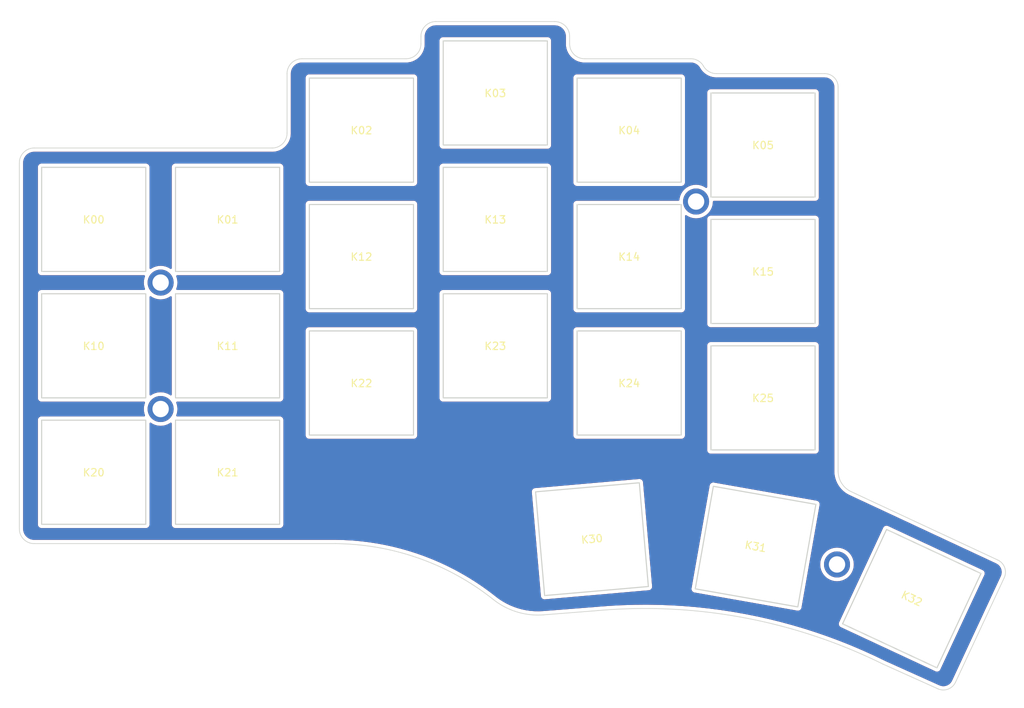
<source format=kicad_pcb>
(kicad_pcb (version 20211014) (generator pcbnew)
  (title_block (rev "rev1.0"))
  (layers (0 "F.Cu" signal) (31 "B.Cu" signal) (34 "B.Paste" user) (35 "F.Paste" user) (36 "B.SilkS" user "B.Silkscreen") (37 "F.SilkS" user "F.Silkscreen") (38 "B.Mask" user) (39 "F.Mask" user) (44 "Edge.Cuts" user))
  (net 0 "")
  (footprint "cantor:SW_PG1350_plate_cutout" (layer "F.Cu") (at 164 94)
    (fp_text reference "K25" (at 0 0.045) (layer "F.SilkS"))
    (fp_text value "KEYSW")
    (fp_rect (start -7 -7) (end 7 7) (layer "Edge.Cuts") (width 0.15) (fill none))
  )
  (footprint "cantor:SW_PG1350_plate_cutout" (layer "F.Cu") (at 146 92)
    (fp_text reference "K24" (at 0 0.045) (layer "F.SilkS"))
    (fp_text value "KEYSW")
    (fp_rect (start -7 -7) (end 7 7) (layer "Edge.Cuts") (width 0.15) (fill none))
  )
  (footprint "cantor:SW_PG1350_plate_cutout" (layer "F.Cu") (at 92 104)
    (fp_text reference "K21" (at 0 0.045) (layer "F.SilkS"))
    (fp_text value "KEYSW")
    (fp_rect (start -7 -7) (end 7 7) (layer "Edge.Cuts") (width 0.15) (fill none))
  )
  (footprint "cantor:SW_PG1350_plate_cutout" (layer "F.Cu") (at 110 58)
    (fp_text reference "K02" (at 0 0.045) (layer "F.SilkS"))
    (fp_text value "KEYSW")
    (fp_rect (start -7 -7) (end 7 7) (layer "Edge.Cuts") (width 0.15) (fill none))
  )
  (footprint "cantor:SW_PG1350_plate_cutout" (layer "F.Cu") (at 74 87)
    (fp_text reference "K10" (at 0 0.045) (layer "F.SilkS"))
    (fp_text value "KEYSW")
    (fp_rect (start -7 -7) (end 7 7) (layer "Edge.Cuts") (width 0.15) (fill none))
  )
  (footprint "MountingHole:MountingHole_2.2mm_M2_ISO7380_Pad" (layer "F.Cu") (at 83 78.5)
    (fp_text reference "H1" hide)
    (fp_text value "MountingHole")
    (pad "1" thru_hole circle (at 0 0) (size 3.5 3.5) (drill 2.2) (layers *.Cu *.Mask))
  )
  (footprint "cantor:SW_PG1350_plate_cutout" (layer "F.Cu") (at 146 58)
    (fp_text reference "K04" (at 0 0.045) (layer "F.SilkS"))
    (fp_text value "KEYSW")
    (fp_rect (start -7 -7) (end 7 7) (layer "Edge.Cuts") (width 0.15) (fill none))
  )
  (footprint "cantor:SW_PG1350_plate_cutout" (layer "F.Cu") (at 110 75)
    (fp_text reference "K12" (at 0 0.045) (layer "F.SilkS"))
    (fp_text value "KEYSW")
    (fp_rect (start -7 -7) (end 7 7) (layer "Edge.Cuts") (width 0.15) (fill none))
  )
  (footprint "MountingHole:MountingHole_2.2mm_M2_ISO7380_Pad" (layer "F.Cu") (at 173.949999 116.4)
    (fp_text reference "H4" hide)
    (fp_text value "MountingHole")
    (pad "1" thru_hole circle (at 0 0) (size 3.5 3.5) (drill 2.2) (layers *.Cu *.Mask))
  )
  (footprint "cantor:SW_PG1350_plate_cutout" (layer "F.Cu") (at 141 113 5)
    (fp_text reference "K30" (at 0 0 5) (layer "F.SilkS"))
    (fp_text value "KEYSW")
    (fp_rect (start -7 -7) (end 7 7) (layer "Edge.Cuts") (width 0.15) (fill none))
  )
  (footprint "cantor:SW_PG1350_plate_cutout" (layer "F.Cu") (at 92 70)
    (fp_text reference "K01" (at 0 0.045) (layer "F.SilkS"))
    (fp_text value "KEYSW")
    (fp_rect (start -7 -7) (end 7 7) (layer "Edge.Cuts") (width 0.15) (fill none))
  )
  (footprint "cantor:SW_PG1350_plate_cutout" (layer "F.Cu") (at 146 75)
    (fp_text reference "K14" (at 0 0.045) (layer "F.SilkS"))
    (fp_text value "KEYSW")
    (fp_rect (start -7 -7) (end 7 7) (layer "Edge.Cuts") (width 0.15) (fill none))
  )
  (footprint "cantor:SW_PG1350_plate_cutout" (layer "F.Cu") (at 128 87)
    (fp_text reference "K23" (at 0 0.045) (layer "F.SilkS"))
    (fp_text value "KEYSW")
    (fp_rect (start -7 -7) (end 7 7) (layer "Edge.Cuts") (width 0.15) (fill none))
  )
  (footprint "cantor:SW_PG1350_plate_cutout" (layer "F.Cu") (at 128 53)
    (fp_text reference "K03" (at 0 0.045) (layer "F.SilkS"))
    (fp_text value "KEYSW")
    (fp_rect (start -7 -7) (end 7 7) (layer "Edge.Cuts") (width 0.15) (fill none))
  )
  (footprint "MountingHole:MountingHole_2.2mm_M2_ISO7380_Pad" (layer "F.Cu") (at 83 95.5)
    (fp_text reference "H3" hide)
    (fp_text value "MountingHole")
    (pad "1" thru_hole circle (at 0 0) (size 3.5 3.5) (drill 2.2) (layers *.Cu *.Mask))
  )
  (footprint "cantor:SW_PG1350_plate_cutout" (layer "F.Cu") (at 110 92)
    (fp_text reference "K22" (at 0 0.045) (layer "F.SilkS"))
    (fp_text value "KEYSW")
    (fp_rect (start -7 -7) (end 7 7) (layer "Edge.Cuts") (width 0.15) (fill none))
  )
  (footprint "cantor:SW_PG1350_plate_cutout" (layer "F.Cu") (at 164 77)
    (fp_text reference "K15" (at 0 0.045) (layer "F.SilkS"))
    (fp_text value "KEYSW")
    (fp_rect (start -7 -7) (end 7 7) (layer "Edge.Cuts") (width 0.15) (fill none))
  )
  (footprint "MountingHole:MountingHole_2.2mm_M2_ISO7380_Pad" (layer "F.Cu") (at 155 67.6)
    (fp_text reference "H2" hide)
    (fp_text value "MountingHole")
    (pad "1" thru_hole circle (at 0 0) (size 3.5 3.5) (drill 2.2) (layers *.Cu *.Mask))
  )
  (footprint "cantor:SW_PG1350_plate_cutout" (layer "F.Cu") (at 184 121 -25)
    (fp_text reference "K32" (at 0 0 -25 unlocked) (layer "F.SilkS"))
    (fp_text value "KEYSW")
    (fp_rect (start -7 -7) (end 7 7) (layer "Edge.Cuts") (width 0.15) (fill none))
  )
  (footprint "cantor:SW_PG1350_plate_cutout" (layer "F.Cu") (at 92 87)
    (fp_text reference "K11" (at 0 0.045) (layer "F.SilkS"))
    (fp_text value "KEYSW")
    (fp_rect (start -7 -7) (end 7 7) (layer "Edge.Cuts") (width 0.15) (fill none))
  )
  (footprint "cantor:SW_PG1350_plate_cutout" (layer "F.Cu") (at 164 60)
    (fp_text reference "K05" (at 0 0.045) (layer "F.SilkS"))
    (fp_text value "KEYSW")
    (fp_rect (start -7 -7) (end 7 7) (layer "Edge.Cuts") (width 0.15) (fill none))
  )
  (footprint "cantor:SW_PG1350_plate_cutout" (layer "F.Cu") (at 74 103.999999)
    (fp_text reference "K20" (at 0 0.045) (layer "F.SilkS"))
    (fp_text value "KEYSW")
    (fp_rect (start -7 -7) (end 7 7) (layer "Edge.Cuts") (width 0.15) (fill none))
  )
  (footprint "cantor:SW_PG1350_plate_cutout" (layer "F.Cu") (at 128 70)
    (fp_text reference "K13" (at 0 0.045) (layer "F.SilkS"))
    (fp_text value "KEYSW")
    (fp_rect (start -7 -7) (end 7 7) (layer "Edge.Cuts") (width 0.15) (fill none))
  )
  (footprint "cantor:SW_PG1350_plate_cutout" (layer "F.Cu") (at 74 70)
    (fp_text reference "K00" (at 0 0.045) (layer "F.SilkS"))
    (fp_text value "KEYSW")
    (fp_rect (start -7 -7) (end 7 7) (layer "Edge.Cuts") (width 0.15) (fill none))
  )
  (footprint "cantor:SW_PG1350_plate_cutout" (layer "F.Cu") (at 163 114 -10)
    (fp_text reference "K31" (at 0 0 -10 unlocked) (layer "F.SilkS"))
    (fp_text value "KEYSW")
    (fp_rect (start -7 -7) (end 7 7) (layer "Edge.Cuts") (width 0.15) (fill none))
  )
  (gr_arc (start 172.3 50.4) (mid 173.572792 50.927208) (end 174.1 52.2) (layer "Edge.Cuts") (width 0.1))
  (gr_arc (start 100 50.4) (mid 100.585786 48.985786) (end 102 48.4) (layer "Edge.Cuts") (width 0.1))
  (gr_line (start 66 113.599999) (end 106.5 113.6) (layer "Edge.Cuts") (width 0.1))
  (gr_arc (start 134.5 123.175) (mid 130.930967 122.788889) (end 127.75 121.125) (layer "Edge.Cuts") (width 0.1))
  (gr_arc (start 189.88334 132.240459) (mid 188.879284 133.166903) (end 187.513868 133.121447) (layer "Edge.Cuts") (width 0.1))
  (gr_arc (start 118 45.4) (mid 118.585786 43.985786) (end 120 43.4) (layer "Edge.Cuts") (width 0.1))
  (gr_line (start 172.3 50.4) (end 157.750002 50.399998) (layer "Edge.Cuts") (width 0.1))
  (gr_line (start 118 45.4) (end 118 46.4) (layer "Edge.Cuts") (width 0.1))
  (gr_line (start 138 46.4) (end 138 45.4) (layer "Edge.Cuts") (width 0.1))
  (gr_line (start 100 50.4) (end 100 58.4) (layer "Edge.Cuts") (width 0.1))
  (gr_line (start 195.563282 115.800622) (end 175.861014 106.613) (layer "Edge.Cuts") (width 0.1))
  (gr_line (start 98 60.4) (end 66 60.4) (layer "Edge.Cuts") (width 0.1))
  (gr_arc (start 136.000001 43.4) (mid 137.414214 43.985787) (end 138 45.4) (layer "Edge.Cuts") (width 0.1))
  (gr_arc (start 118 46.4) (mid 117.414214 47.814214) (end 116 48.4) (layer "Edge.Cuts") (width 0.1))
  (gr_arc (start 66 113.599999) (mid 64.585787 113.014213) (end 64 111.6) (layer "Edge.Cuts") (width 0.1))
  (gr_line (start 189.88334 132.240459) (end 196.433923 118.192689) (layer "Edge.Cuts") (width 0.1))
  (gr_arc (start 175.861014 106.613) (mid 174.577517 105.487307) (end 174.1 103.848245) (layer "Edge.Cuts") (width 0.1))
  (gr_line (start 141.8 122.600001) (end 134.5 123.175) (layer "Edge.Cuts") (width 0.1))
  (gr_line (start 180.129399 129.8) (end 187.513868 133.121447) (layer "Edge.Cuts") (width 0.1))
  (gr_arc (start 140 48.4) (mid 138.585786 47.814214) (end 138 46.4) (layer "Edge.Cuts") (width 0.1))
  (gr_arc (start 157.750002 50.399998) (mid 156.742226 50.132363) (end 156 49.4) (layer "Edge.Cuts") (width 0.1))
  (gr_line (start 64 62.4) (end 64 111.6) (layer "Edge.Cuts") (width 0.1))
  (gr_arc (start 195.563282 115.800622) (mid 196.494016 116.81634) (end 196.433923 118.192689) (layer "Edge.Cuts") (width 0.1))
  (gr_line (start 136.000001 43.4) (end 120 43.4) (layer "Edge.Cuts") (width 0.1))
  (gr_arc (start 64 62.4) (mid 64.585786 60.985787) (end 66 60.4) (layer "Edge.Cuts") (width 0.1))
  (gr_arc (start 106.5 113.600001) (mid 117.756229 115.57996) (end 127.75 121.125) (layer "Edge.Cuts") (width 0.1))
  (gr_line (start 116 48.4) (end 102 48.4) (layer "Edge.Cuts") (width 0.1))
  (gr_arc (start 154.3 48.4) (mid 155.286154 48.668538) (end 156 49.4) (layer "Edge.Cuts") (width 0.1))
  (gr_line (start 174.1 103.848245) (end 174.1 52.2) (layer "Edge.Cuts") (width 0.1))
  (gr_arc (start 100 58.4) (mid 99.414214 59.814214) (end 98 60.4) (layer "Edge.Cuts") (width 0.1))
  (gr_line (start 154.3 48.4) (end 140 48.4) (layer "Edge.Cuts") (width 0.1))
  (gr_arc (start 141.8 122.600001) (mid 161.459797 123.564333) (end 180.129399 129.8) (layer "Edge.Cuts") (width 0.1))
  (zone (net 0) (net_name "") (layers F&B.Cu) (connect_pads (clearance 0.508)) (min_thickness 0.254) (fill yes (thermal_gap 0.508) (thermal_bridge_width 0.508))
    (polygon (pts (xy 199.1 135.7) (xy 61.4 135.7) (xy 61.4 40.5) (xy 199.1 40.5)))
  )
)
</source>
